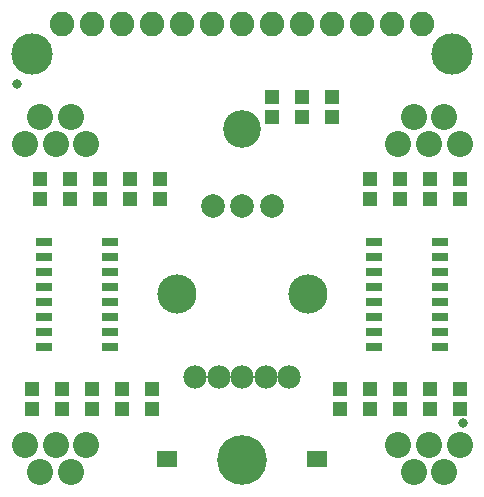
<source format=gbr>
G04 EAGLE Gerber RS-274X export*
G75*
%MOMM*%
%FSLAX34Y34*%
%LPD*%
%INSoldermask Top*%
%IPPOS*%
%AMOC8*
5,1,8,0,0,1.08239X$1,22.5*%
G01*
%ADD10C,2.203200*%
%ADD11C,4.203200*%
%ADD12C,3.203200*%
%ADD13C,3.505200*%
%ADD14R,1.403200X0.803200*%
%ADD15C,2.082800*%
%ADD16R,1.203200X1.303200*%
%ADD17C,0.838200*%
%ADD18C,2.003200*%
%ADD19C,1.981200*%
%ADD20C,3.319200*%
%ADD21R,0.838200X1.473200*%


D10*
X71200Y37600D03*
X58200Y14600D03*
X45200Y37600D03*
X32200Y14600D03*
X19200Y37600D03*
X387200Y37600D03*
X374200Y14600D03*
X361200Y37600D03*
X348200Y14600D03*
X335200Y37600D03*
X335200Y292600D03*
X348200Y315600D03*
X361200Y292600D03*
X374200Y315600D03*
X387200Y292600D03*
X19200Y292600D03*
X32200Y315600D03*
X45200Y292600D03*
X58200Y315600D03*
X71200Y292600D03*
D11*
X203200Y25100D03*
D12*
X203200Y305100D03*
D13*
X381000Y368300D03*
X25400Y368300D03*
D14*
X370900Y120650D03*
X370900Y133350D03*
X370900Y146050D03*
X370900Y158750D03*
X370900Y171450D03*
X370900Y184150D03*
X370900Y196850D03*
X370900Y209550D03*
X314900Y209550D03*
X314900Y196850D03*
X314900Y184150D03*
X314900Y171450D03*
X314900Y158750D03*
X314900Y146050D03*
X314900Y133350D03*
X314900Y120650D03*
X35500Y209550D03*
X35500Y196850D03*
X35500Y184150D03*
X35500Y171450D03*
X35500Y158750D03*
X35500Y146050D03*
X35500Y133350D03*
X35500Y120650D03*
X91500Y120650D03*
X91500Y133350D03*
X91500Y146050D03*
X91500Y158750D03*
X91500Y171450D03*
X91500Y184150D03*
X91500Y196850D03*
X91500Y209550D03*
D15*
X177800Y393700D03*
X152400Y393700D03*
X127000Y393700D03*
X101600Y393700D03*
X76200Y393700D03*
X50800Y393700D03*
D16*
X107950Y245500D03*
X107950Y262500D03*
X285750Y84700D03*
X285750Y67700D03*
D17*
X389890Y55880D03*
X12700Y342900D03*
D16*
X311150Y84700D03*
X311150Y67700D03*
X336550Y84700D03*
X336550Y67700D03*
X361950Y84700D03*
X361950Y67700D03*
X387350Y84700D03*
X387350Y67700D03*
X387350Y245500D03*
X387350Y262500D03*
X361950Y245500D03*
X361950Y262500D03*
X311150Y245500D03*
X311150Y262500D03*
X336550Y245500D03*
X336550Y262500D03*
X133350Y245500D03*
X133350Y262500D03*
X57150Y245500D03*
X57150Y262500D03*
X82550Y245500D03*
X82550Y262500D03*
X31750Y245500D03*
X31750Y262500D03*
X25400Y84700D03*
X25400Y67700D03*
X50800Y84700D03*
X50800Y67700D03*
X101600Y84700D03*
X101600Y67700D03*
X76200Y84700D03*
X76200Y67700D03*
D15*
X203200Y393700D03*
X228600Y393700D03*
X254000Y393700D03*
X279400Y393700D03*
X304800Y393700D03*
X330200Y393700D03*
X355600Y393700D03*
D16*
X254000Y315350D03*
X254000Y332350D03*
X228600Y315350D03*
X228600Y332350D03*
X279400Y315350D03*
X279400Y332350D03*
D18*
X178200Y240100D03*
X203200Y240100D03*
X228200Y240100D03*
D19*
X223200Y95100D03*
X183200Y95100D03*
D20*
X147700Y165100D03*
X258700Y165100D03*
D19*
X243200Y95100D03*
X163200Y95100D03*
X203200Y95100D03*
D16*
X127000Y84700D03*
X127000Y67700D03*
D21*
X262581Y25400D03*
X270819Y25400D03*
X143819Y25400D03*
X135581Y25400D03*
M02*

</source>
